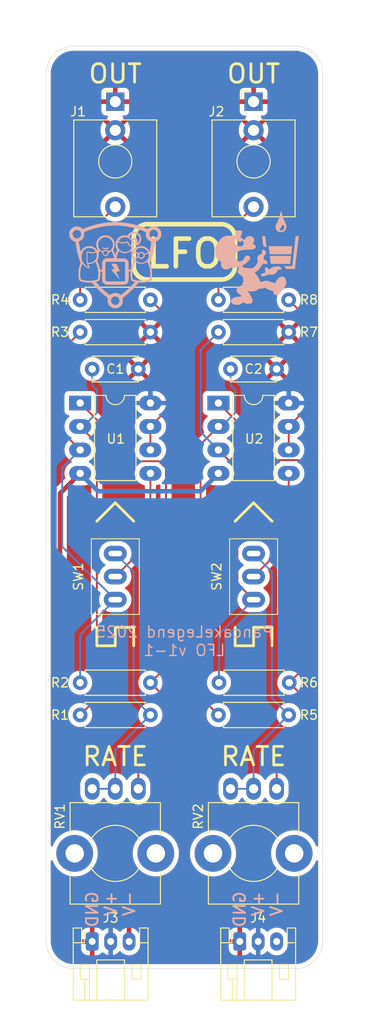
<source format=kicad_pcb>
(kicad_pcb (version 20241229) (generator "pcbnew") (generator_version "9.0")
  (layers (0 "F.Cu" signal) (2 "B.Cu" signal) (13 "F.Paste" user) (15 "B.Paste" user) (5 "F.SilkS" user "F.Silkscreen") (7 "B.SilkS" user "B.Silkscreen") (1 "F.Mask" user) (3 "B.Mask" user) (25 "Edge.Cuts" user))
  (net 0 "")
  (net 1 "GND")
  (net 2 "Net-(U1A--)")
  (net 3 "VDD")
  (net 4 "VSS")
  (net 5 "Net-(SW1-A)")
  (net 6 "Net-(SW1-C)")
  (net 7 "Net-(R2-Pad2)")
  (net 8 "Net-(U1B--)")
  (net 9 "Net-(SW1-B)")
  (net 10 "Net-(J1-PadT)")
  (net 11 "Net-(J2-PadT)")
  (net 12 "Net-(U2A--)")
  (net 13 "Net-(SW2-A)")
  (net 14 "Net-(R6-Pad2)")
  (net 15 "Net-(SW2-C)")
  (net 16 "Net-(U2B--)")
  (net 17 "Net-(SW2-B)")
  (footprint "HackSynth:C_Ceramic_D4.5mm_P5.00mm" (layer "F.Cu") (at 140 85)
    (property "Reference" "C1" (at 2.5 0.000001 0) (layer "F.SilkS"))
    (property "Value" "2µ2")
    (pad "1" thru_hole circle (at 0 0) (size 1.6 1.6) (drill 0.8) (layers "*.Cu" "*.Mask") (net 2 "Net-(U1A--)"))
    (pad "2" thru_hole circle (at 5 0) (size 1.6 1.6) (drill 0.8) (layers "*.Cu" "*.Mask") (net 1 "GND"))
  )
  (footprint "HackSynth:DIP-8_W7.62mm_LongPads" (layer "F.Cu") (at 157.5 92.5)
    (property "Reference" "U2" (at 0.065 0.07 0) (layer "F.SilkS"))
    (property "Value" "TL072")
    (pad "1" thru_hole rect (at -3.81 -3.81) (size 2.4 1.6) (drill 0.8) (layers "*.Cu" "*.Mask") (net 14 "Net-(R6-Pad2)"))
    (pad "2" thru_hole oval (at -3.81 -1.27) (size 2.4 1.6) (drill 0.8) (layers "*.Cu" "*.Mask") (net 12 "Net-(U2A--)"))
    (pad "3" thru_hole oval (at -3.81 1.27) (size 2.4 1.6) (drill 0.8) (layers "*.Cu" "*.Mask") (net 15 "Net-(SW2-C)"))
    (pad "4" thru_hole oval (at -3.81 3.81) (size 2.4 1.6) (drill 0.8) (layers "*.Cu" "*.Mask") (net 4 "VSS"))
    (pad "5" thru_hole oval (at 3.81 3.81) (size 2.4 1.6) (drill 0.8) (layers "*.Cu" "*.Mask") (net 17 "Net-(SW2-B)"))
    (pad "6" thru_hole oval (at 3.81 1.27) (size 2.4 1.6) (drill 0.8) (layers "*.Cu" "*.Mask") (net 16 "Net-(U2B--)"))
    (pad "7" thru_hole oval (at 3.81 -1.27) (size 2.4 1.6) (drill 0.8) (layers "*.Cu" "*.Mask") (net 16 "Net-(U2B--)"))
    (pad "8" thru_hole oval (at 3.81 -3.81) (size 2.4 1.6) (drill 0.8) (layers "*.Cu" "*.Mask") (net 3 "VDD"))
  )
  (footprint "HackSynth:R_Axial_DIN0207_L6.3mm_D2.5mm_P7.62mm_Horizontal" (layer "F.Cu") (at 138.69 119)
    (property "Reference" "R2" (at -2.19 0 0) (layer "F.SilkS"))
    (property "Value" "100k")
    (pad "1" thru_hole circle (at 0 0) (size 1.6 1.6) (drill 0.8) (layers "*.Cu" "*.Mask") (net 6 "Net-(SW1-C)"))
    (pad "2" thru_hole oval (at 7.62 0) (size 1.6 1.6) (drill 0.8) (layers "*.Cu" "*.Mask") (net 7 "Net-(R2-Pad2)"))
  )
  (footprint "HackSynth:C_Ceramic_D4.5mm_P5.00mm" (layer "F.Cu") (at 155 85)
    (property "Reference" "C2" (at 2.5 0.000001 0) (layer "F.SilkS"))
    (property "Value" "2µ2")
    (pad "1" thru_hole circle (at 0 0) (size 1.6 1.6) (drill 0.8) (layers "*.Cu" "*.Mask") (net 12 "Net-(U2A--)"))
    (pad "2" thru_hole circle (at 5 0) (size 1.6 1.6) (drill 0.8) (layers "*.Cu" "*.Mask") (net 1 "GND"))
  )
  (footprint "HackSynth:R_Axial_DIN0207_L6.3mm_D2.5mm_P7.62mm_Horizontal" (layer "F.Cu") (at 153.69 122.5)
    (property "Reference" "R5" (at 9.81 0 0) (layer "F.SilkS"))
    (property "Value" "10k")
    (pad "1" thru_hole circle (at 0 0) (size 1.6 1.6) (drill 0.8) (layers "*.Cu" "*.Mask") (net 12 "Net-(U2A--)"))
    (pad "2" thru_hole oval (at 7.62 0) (size 1.6 1.6) (drill 0.8) (layers "*.Cu" "*.Mask") (net 13 "Net-(SW2-A)"))
  )
  (footprint "HackSynth:Potentiometer_Alps_RK09K_Horizontal" (layer "F.Cu") (at 142.5 137.5 180)
    (property "Reference" "RV1" (at 6 4 90) (layer "F.SilkS"))
    (property "Value" "1M")
    (pad "" np_thru_hole circle (at -4.4 0 270) (size 4 4) (drill 2) (layers "*.Cu" "*.Mask"))
    (pad "" np_thru_hole circle (at 4.4 0 270) (size 4 4) (drill 2) (layers "*.Cu" "*.Mask"))
    (pad "1" thru_hole oval (at 2.500001 7 270) (size 2.4 1.6) (drill 1) (layers "*.Cu" "*.Mask") (net 5 "Net-(SW1-A)"))
    (pad "2" thru_hole oval (at 0 7 270) (size 2.4 1.6) (drill 1) (layers "*.Cu" "*.Mask") (net 5 "Net-(SW1-A)"))
    (pad "3" thru_hole oval (at -2.500001 7 270) (size 2.4 1.6) (drill 1) (layers "*.Cu" "*.Mask") (net 7 "Net-(R2-Pad2)"))
  )
  (footprint "HackSynth:Potentiometer_Alps_RK09K_Horizontal" (layer "F.Cu") (at 157.5 137.5 180)
    (property "Reference" "RV2" (at 6 4 90) (layer "F.SilkS"))
    (property "Value" "1M")
    (pad "" np_thru_hole circle (at -4.4 0 270) (size 4 4) (drill 2) (layers "*.Cu" "*.Mask"))
    (pad "" np_thru_hole circle (at 4.4 0 270) (size 4 4) (drill 2) (layers "*.Cu" "*.Mask"))
    (pad "1" thru_hole oval (at 2.500001 7 270) (size 2.4 1.6) (drill 1) (layers "*.Cu" "*.Mask") (net 13 "Net-(SW2-A)"))
    (pad "2" thru_hole oval (at 0 7 270) (size 2.4 1.6) (drill 1) (layers "*.Cu" "*.Mask") (net 13 "Net-(SW2-A)"))
    (pad "3" thru_hole oval (at -2.500001 7 270) (size 2.4 1.6) (drill 1) (layers "*.Cu" "*.Mask") (net 14 "Net-(R6-Pad2)"))
  )
  (footprint "HackSynth:JST_PH_S3B-PH-K_1x03_P2.00mm_Horizontal" (layer "F.Cu") (at 140 147.05)
    (property "Reference" "J3" (at 2 -2.55 0) (layer "F.SilkS"))
    (property "Value" "Conn_01x03")
    (fp_text user "-V" (at 4 -5.55 90) (layer "B.SilkS") (effects (font (size 1.27 1.27) (thickness 0.2)) (justify left mirror)))
    (fp_text user "+V" (at 2 -5.55 90) (layer "B.SilkS") (effects (font (size 1.27 1.27) (thickness 0.2)) (justify left mirror)))
    (fp_text user "GND" (at 0 -5.55 90) (layer "B.SilkS") (effects (font (size 1.27 1.27) (thickness 0.2)) (justify left mirror)))
    (pad "1" thru_hole roundrect (at 0 0) (size 1.4 2) (drill 0.75) (layers "*.Cu" "*.Mask") (roundrect_rratio 0.208333) (net 1 "GND"))
    (pad "2" thru_hole oval (at 2 0) (size 1.4 2) (drill 0.75) (layers "*.Cu" "*.Mask") (net 3 "VDD"))
    (pad "3" thru_hole oval (at 4 0) (size 1.4 2) (drill 0.75) (layers "*.Cu" "*.Mask") (net 4 "VSS"))
  )
  (footprint "HackSynth:R_Axial_DIN0207_L6.3mm_D2.5mm_P7.62mm_Horizontal" (layer "F.Cu") (at 153.75 119)
    (property "Reference" "R6" (at 9.75 0 0) (layer "F.SilkS"))
    (property "Value" "100k")
    (pad "1" thru_hole circle (at 0 0) (size 1.6 1.6) (drill 0.8) (layers "*.Cu" "*.Mask") (net 15 "Net-(SW2-C)"))
    (pad "2" thru_hole oval (at 7.62 0) (size 1.6 1.6) (drill 0.8) (layers "*.Cu" "*.Mask") (net 14 "Net-(R6-Pad2)"))
  )
  (footprint "HackSynth:JST_PH_S3B-PH-K_1x03_P2.00mm_Horizontal" (layer "F.Cu") (at 156 147.05)
    (property "Reference" "J4" (at 2 -2.55 0) (layer "F.SilkS"))
    (property "Value" "Conn_01x03")
    (fp_text user "GND" (at 0 -5.55 90) (layer "B.SilkS") (effects (font (size 1.27 1.27) (thickness 0.2)) (justify left mirror)))
    (fp_text user "+V" (at 2 -5.55 90) (layer "B.SilkS") (effects (font (size 1.27 1.27) (thickness 0.2)) (justify left mirror)))
    (fp_text user "-V" (at 4 -5.55 90) (layer "B.SilkS") (effects (font (size 1.27 1.27) (thickness 0.2)) (justify left mirror)))
    (pad "1" thru_hole roundrect (at 0 0) (size 1.4 2) (drill 0.75) (layers "*.Cu" "*.Mask") (roundrect_rratio 0.208333) (net 1 "GND"))
    (pad "2" thru_hole oval (at 2 0) (size 1.4 2) (drill 0.75) (layers "*.Cu" "*.Mask") (net 3 "VDD"))
    (pad "3" thru_hole oval (at 4 0) (size 1.4 2) (drill 0.75) (layers "*.Cu" "*.Mask") (net 4 "VSS"))
  )
  (footprint "HackSynth:R_Axial_DIN0207_L6.3mm_D2.5mm_P7.62mm_Horizontal" (layer "F.Cu") (at 146.31 81 180)
    (property "Reference" "R3" (at 9.81 0 0) (layer "F.SilkS"))
    (property "Value" "56k")
    (pad "1" thru_hole circle (at 0 0 180) (size 1.6 1.6) (drill 0.8) (layers "*.Cu" "*.Mask") (net 1 "GND"))
    (pad "2" thru_hole oval (at 7.62 0 180) (size 1.6 1.6) (drill 0.8) (layers "*.Cu" "*.Mask") (net 6 "Net-(SW1-C)"))
  )
  (footprint "HackSynth:R_Axial_DIN0207_L6.3mm_D2.5mm_P7.62mm_Horizontal" (layer "F.Cu") (at 138.69 77.5)
    (property "Reference" "R4" (at -2.19 0 0) (layer "F.SilkS"))
    (property "Value" "1k")
    (pad "1" thru_hole circle (at 0 0) (size 1.6 1.6) (drill 0.8) (layers "*.Cu" "*.Mask") (net 10 "Net-(J1-PadT)"))
    (pad "2" thru_hole oval (at 7.62 0) (size 1.6 1.6) (drill 0.8) (layers "*.Cu" "*.Mask") (net 8 "Net-(U1B--)"))
  )
  (footprint "HackSynth:Switch SPDT - SMTS-102" (layer "F.Cu") (at 157.5 107.5)
    (property "Reference" "SW2" (at -4 0 90) (layer "F.SilkS"))
    (property "Value" "SW_SPDT" (hide yes))
    (pad "1" thru_hole oval (at 0 -2.5) (size 2.5 1.7) (drill oval 1.5 0.6) (layers "*.Cu" "*.Mask") (net 13 "Net-(SW2-A)"))
    (pad "2" thru_hole oval (at 0 0) (size 2.5 1.7) (drill oval 1.5 0.6) (layers "*.Cu" "*.Mask") (net 17 "Net-(SW2-B)"))
    (pad "3" thru_hole oval (at 0 2.5) (size 2.5 1.7) (drill oval 1.5 0.6) (layers "*.Cu" "*.Mask") (net 15 "Net-(SW2-C)"))
  )
  (footprint "HackSynth:Jack_3.5mm" (layer "F.Cu") (at 142.5 62.5 180)
    (property "Reference" "J1" (at 4.03 5.4 0) (layer "F.SilkS"))
    (property "Value" "OUT")
    (pad "G" thru_hole rect (at 0 6.48 180) (size 2 2) (drill 1.2) (layers "*.Cu" "*.Mask") (net 1 "GND"))
    (pad "S" thru_hole circle (at 0 3.38 180) (size 2.2 2.2) (drill 1.2) (layers "*.Cu" "*.Mask") (net 1 "GND"))
    (pad "T" thru_hole circle (at 0 -4.92 180) (size 2.2 2.2) (drill 1.2) (layers "*.Cu" "*.Mask") (net 10 "Net-(J1-PadT)"))
    (zone (net 0) (net_name "") (layer "F.Cu") (connect_pads (clearance 0)) (min_thickness 0.254)
      (keepout (tracks not_allowed) (vias not_allowed) (pads not_allowed) (copperpour not_allowed) (footprints not_allowed))
      (fill (thermal_gap 0.508) (thermal_bridge_width 0.508))
      (polygon (pts (xy 144.005141 62.5) (xy 143.98493 62.254171) (xy 143.924841 62.014945) (xy 143.826486 61.788744) (xy 143.692508 61.581645) (xy 143.526504 61.39921) (xy 143.332932 61.246336) (xy 143.116992 61.127131) (xy 142.884482 61.044794) (xy 142.641646 61.001539) (xy 142.395007 60.998525) (xy 142.151187 61.035835) (xy 141.916734 61.112466) (xy 141.697946 61.22636) (xy 141.500697 61.374458) (xy 141.330286 61.552784) (xy 141.191288 61.756548) (xy 141.087436 61.980278) (xy 141.021519 62.217965) (xy 140.995308 62.463226) (xy 141.009507 62.709475) (xy 141.063734 62.950099) (xy 141.156532 63.178634) (xy 141.285411 63.388945) (xy 141.446908 63.575382) (xy 141.636687 63.732939) (xy 141.84965 63.857385) (xy 142.080079 63.945377) (xy 142.321785 63.994553) (xy 142.568278 64.003592) (xy 142.812936 63.97225) (xy 143.049191 63.90137) (xy 143.270697 63.792856) (xy 143.471505 63.649621) (xy 143.646223 63.475512) (xy 143.790158 63.275205) (xy 143.899445 63.054079) (xy 143.971149 62.818074) (xy 144.003344 62.573526)))
    )
  )
  (footprint "HackSynth:R_Axial_DIN0207_L6.3mm_D2.5mm_P7.62mm_Horizontal" (layer "F.Cu") (at 138.69 122.5)
    (property "Reference" "R1" (at -2.19 0 0) (layer "F.SilkS"))
    (property "Value" "10k")
    (pad "1" thru_hole circle (at 0 0) (size 1.6 1.6) (drill 0.8) (layers "*.Cu" "*.Mask") (net 2 "Net-(U1A--)"))
    (pad "2" thru_hole oval (at 7.62 0) (size 1.6 1.6) (drill 0.8) (layers "*.Cu" "*.Mask") (net 5 "Net-(SW1-A)"))
  )
  (footprint "HackSynth:Jack_3.5mm" (layer "F.Cu") (at 157.5 62.5 180)
    (property "Reference" "J2" (at 4.03 5.4 0) (layer "F.SilkS"))
    (property "Value" "OUT")
    (pad "G" thru_hole rect (at 0 6.48 180) (size 2 2) (drill 1.2) (layers "*.Cu" "*.Mask") (net 1 "GND"))
    (pad "S" thru_hole circle (at 0 3.38 180) (size 2.2 2.2) (drill 1.2) (layers "*.Cu" "*.Mask") (net 1 "GND"))
    (pad "T" thru_hole circle (at 0 -4.92 180) (size 2.2 2.2) (drill 1.2) (layers "*.Cu" "*.Mask") (net 11 "Net-(J2-PadT)"))
    (zone (net 0) (net_name "") (layer "F.Cu") (connect_pads (clearance 0)) (min_thickness 0.254)
      (keepout (tracks not_allowed) (vias not_allowed) (pads not_allowed) (copperpour not_allowed) (footprints not_allowed))
      (fill (thermal_gap 0.508) (thermal_bridge_width 0.508))
      (polygon (pts (xy 159.005141 62.5) (xy 158.98493 62.254171) (xy 158.924841 62.014945) (xy 158.826486 61.788744) (xy 158.692508 61.581645) (xy 158.526504 61.39921) (xy 158.332932 61.246336) (xy 158.116992 61.127131) (xy 157.884482 61.044794) (xy 157.641646 61.001539) (xy 157.395007 60.998525) (xy 157.151187 61.035835) (xy 156.916734 61.112466) (xy 156.697946 61.22636) (xy 156.500697 61.374458) (xy 156.330286 61.552784) (xy 156.191288 61.756548) (xy 156.087436 61.980278) (xy 156.021519 62.217965) (xy 155.995308 62.463226) (xy 156.009507 62.709475) (xy 156.063734 62.950099) (xy 156.156532 63.178634) (xy 156.285411 63.388945) (xy 156.446908 63.575382) (xy 156.636687 63.732939) (xy 156.84965 63.857385) (xy 157.080079 63.945377) (xy 157.321785 63.994553) (xy 157.568278 64.003592) (xy 157.812936 63.97225) (xy 158.049191 63.90137) (xy 158.270697 63.792856) (xy 158.471505 63.649621) (xy 158.646223 63.475512) (xy 158.790158 63.275205) (xy 158.899445 63.054079) (xy 158.971149 62.818074) (xy 159.003344 62.573526)))
    )
  )
  (footprint "HackSynth:Module 30x100mm" (layer "F.Cu") (at 150 100)
    (property "Reference" "REF**" (hide yes))
    (property "Value" "Untitled" (hide yes))
    (fp_line (start -14.999999 -47) (end -15 47) (stroke (width 0.05)) (layer "Edge.Cuts"))
    (fp_line (start -12 49.999999) (end 12 50) (stroke (width 0.05)) (layer "Edge.Cuts"))
    (fp_line (start 12 -50) (end -12 -50) (stroke (width 0.05)) (layer "Edge.Cuts"))
    (fp_line (start 15 47) (end 15 -47) (stroke (width 0.05)) (layer "Edge.Cuts"))
    (fp_arc (start -15 -47) (mid -14.12132 -49.12132) (end -12 -50) (stroke (width 0.05)) (layer "Edge.Cuts"))
    (fp_arc (start -12 50) (mid -14.12132 49.12132) (end -15 47) (stroke (width 0.05)) (layer "Edge.Cuts"))
    (fp_arc (start 12 -50) (mid 14.12132 -49.12132) (end 15 -47) (stroke (width 0.05)) (layer "Edge.Cuts"))
    (fp_arc (start 15 47) (mid 14.12132 49.12132) (end 12 50) (stroke (width 0.05)) (layer "Edge.Cuts"))
  )
  (footprint "HackSynth:Switch SPDT - SMTS-102" (layer "F.Cu") (at 142.5 107.5)
    (property "Reference" "SW1" (at -4 0 90) (layer "F.SilkS"))
    (property "Value" "SW_SPDT" (hide yes))
    (pad "1" thru_hole oval (at 0 -2.5) (size 2.5 1.7) (drill oval 1.5 0.6) (layers "*.Cu" "*.Mask") (net 5 "Net-(SW1-A)"))
    (pad "2" thru_hole oval (at 0 0) (size 2.5 1.7) (drill oval 1.5 0.6) (layers "*.Cu" "*.Mask") (net 9 "Net-(SW1-B)"))
    (pad "3" thru_hole oval (at 0 2.5) (size 2.5 1.7) (drill oval 1.5 0.6) (layers "*.Cu" "*.Mask") (net 6 "Net-(SW1-C)"))
  )
  (footprint "HackSynth:DIP-8_W7.62mm_LongPads" (layer "F.Cu") (at 142.5 92.5)
    (property "Reference" "U1" (at 0.065 0.07 0) (layer "F.SilkS"))
    (property "Value" "TL072")
    (pad "1" thru_hole rect (at -3.81 -3.81) (size 2.4 1.6) (drill 0.8) (layers "*.Cu" "*.Mask") (net 7 "Net-(R2-Pad2)"))
    (pad "2" thru_hole oval (at -3.81 -1.27) (size 2.4 1.6) (drill 0.8) (layers "*.Cu" "*.Mask") (net 2 "Net-(U1A--)"))
    (pad "3" thru_hole oval (at -3.81 1.27) (size 2.4 1.6) (drill 0.8) (layers "*.Cu" "*.Mask") (net 6 "Net-(SW1-C)"))
    (pad "4" thru_hole oval (at -3.81 3.81) (size 2.4 1.6) (drill 0.8) (layers "*.Cu" "*.Mask") (net 4 "VSS"))
    (pad "5" thru_hole oval (at 3.81 3.81) (size 2.4 1.6) (drill 0.8) (layers "*.Cu" "*.Mask") (net 9 "Net-(SW1-B)"))
    (pad "6" thru_hole oval (at 3.81 1.27) (size 2.4 1.6) (drill 0.8) (layers "*.Cu" "*.Mask") (net 8 "Net-(U1B--)"))
    (pad "7" thru_hole oval (at 3.81 -1.27) (size 2.4 1.6) (drill 0.8) (layers "*.Cu" "*.Mask") (net 8 "Net-(U1B--)"))
    (pad "8" thru_hole oval (at 3.81 -3.81) (size 2.4 1.6) (drill 0.8) (layers "*.Cu" "*.Mask") (net 3 "VDD"))
  )
  (footprint "HackSynth:R_Axial_DIN0207_L6.3mm_D2.5mm_P7.62mm_Horizontal" (layer "F.Cu") (at 161.31 81 180)
    (property "Reference" "R7" (at -2.19 0 0) (layer "F.SilkS"))
    (property "Value" "56k")
    (pad "1" thru_hole circle (at 0 0 180) (size 1.6 1.6) (drill 0.8) (layers "*.Cu" "*.Mask") (net 1 "GND"))
    (pad "2" thru_hole oval (at 7.62 0 180) (size 1.6 1.6) (drill 0.8) (layers "*.Cu" "*.Mask") (net 15 "Net-(SW2-C)"))
  )
  (footprint "HackSynth:R_Axial_DIN0207_L6.3mm_D2.5mm_P7.62mm_Horizontal" (layer "F.Cu") (at 153.69 77.5)
    (property "Reference" "R8" (at 9.810001 0 0) (layer "F.SilkS"))
    (property "Value" "1k")
    (pad "1" thru_hole circle (at 0 0) (size 1.6 1.6) (drill 0.8) (layers "*.Cu" "*.Mask") (net 11 "Net-(J2-PadT)"))
    (pad "2" thru_hole oval (at 7.62 0) (size 1.6 1.6) (drill 0.8) (layers "*.Cu" "*.Mask") (net 16 "Net-(U2B--)"))
  )
  (footprint "HackSynth:CCHS Logo - 10mm" (layer "B.Cu") (at 142.5 73.75 180)
    (property "Reference" "Ref**" (hide yes))
    (property "Value" "Val**" (hide yes))
  )
  (footprint "HackSynth:PancakeLegend Logo - 10mm Invert" (layer "B.Cu") (at 158 73 180)
    (property "Reference" "G***" (hide yes))
    (property "Value" "LOGO" (hide yes))
  )
  (gr_arc (start 154 69.299999) (mid 155.06066 69.739339) (end 155.5 70.799999) (stroke (width 0.5)) (layer "F.SilkS"))
  (gr_line (start 140.5 113) (end 140.5 115) (stroke (width 0.3)) (layer "F.SilkS"))
  (gr_line (start 142.5 113) (end 144.5 113) (stroke (width 0.3)) (layer "F.SilkS"))
  (gr_line (start 145.999999 75.299999) (end 154.000001 75.3) (stroke (width 0.5)) (layer "F.SilkS"))
  (gr_line (start 144.499999 70.799998) (end 144.499999 73.799998) (stroke (width 0.5)) (layer "F.SilkS"))
  (gr_arc (start 145.999999 75.3) (mid 144.939339 74.86066) (end 144.499999 73.8) (stroke (width 0.5)) (layer "F.SilkS"))
  (gr_line (start 140.5 101.5) (end 142.5 99.5) (stroke (width 0.3)) (layer "F.SilkS"))
  (gr_line (start 155.5 70.799999) (end 155.5 73.799999) (stroke (width 0.5)) (layer "F.SilkS"))
  (gr_line (start 155.5 115) (end 157.5 115) (stroke (width 0.3)) (layer "F.SilkS"))
  (gr_line (start 144.5 113) (end 144.5 115) (stroke (width 0.3)) (layer "F.SilkS"))
  (gr_line (start 140.5 115) (end 142.5 115) (stroke (width 0.3)) (layer "F.SilkS"))
  (gr_arc (start 144.499999 70.799998) (mid 144.939339 69.739338) (end 145.999999 69.299998) (stroke (width 0.5)) (layer "F.SilkS"))
  (gr_line (start 142.5 99.5) (end 144.5 101.5) (stroke (width 0.3)) (layer "F.SilkS"))
  (gr_line (start 146 69.299998) (end 154 69.299999) (stroke (width 0.5)) (layer "F.SilkS"))
  (gr_line (start 157.5 99.5) (end 159.5 101.5) (stroke (width 0.3)) (layer "F.SilkS"))
  (gr_line (start 157.5 113) (end 157.5 115) (stroke (width 0.3)) (layer "F.SilkS"))
  (gr_line (start 142.5 113) (end 142.5 115) (stroke (width 0.3)) (layer "F.SilkS"))
  (gr_line (start 159.5 113) (end 159.5 115) (stroke (width 0.3)) (layer "F.SilkS"))
  (gr_line (start 155.5 101.5) (end 157.5 99.5) (stroke (width 0.3)) (layer "F.SilkS"))
  (gr_line (start 157.5 113) (end 159.5 113) (stroke (width 0.3)) (layer "F.SilkS"))
  (gr_line (start 155.5 113) (end 155.5 115) (stroke (width 0.3)) (layer "F.SilkS"))
  (gr_arc (start 155.500001 73.8) (mid 155.060661 74.86066) (end 154.000001 75.3) (stroke (width 0.5)) (layer "F.SilkS"))
  (gr_text "RATE" (at 157.5 127 0) (layer "F.SilkS") (effects (font (size 2 2) (thickness 0.3))))
  (gr_text "OUT\n" (at 157.5 53 0) (layer "F.SilkS") (effects (font (size 2 2) (thickness 0.3))))
  (gr_text "RATE" (at 142.5 127 0) (layer "F.SilkS") (effects (font (size 2 2) (thickness 0.3))))
  (gr_text "LFO" (at 150 72.5 0) (layer "F.SilkS") (effects (font (size 3 3) (thickness 0.5) (bold yes))))
  (gr_text "OUT\n" (at 142.5 53 0) (layer "F.SilkS") (effects (font (size 2 2) (thickness 0.3))))
  (gr_text "LFO v1-1" (at 150 115.5 0) (layer "B.SilkS") (effects (font (size 1.2 1.2)) (justify mirror)))
  (gr_text "PancakeLegend 2025" (at 150 113.5 0) (layer "B.SilkS") (effects (font (size 1.2 1.2)) (justify mirror)))
  (segment (start 140.5 120.69) (end 140.5 93.04) (width 0.2) (layer "F.Cu") (net 2))
  (segment (start 139.52 91.23) (end 138.69 91.23) (width 0.2) (layer "F.Cu") (net 2))
  (segment (start 140.5 93.04) (end 138.69 91.23) (width 0.2) (layer "F.Cu") (net 2))
  (segment (start 138.69 122.5) (end 140.5 120.69) (width 0.2) (layer "F.Cu") (net 2))
  (segment (start 140.5 89.75) (end 139.02 91.23) (width 0.2) (layer "B.Cu") (net 2))
  (segment (start 140 85) (end 140 86.75) (width 0.2) (layer "B.Cu") (net 2))
  (segment (start 140.5 87.25) (end 140.5 89.75) (width 0.2) (layer "B.Cu") (net 2))
  (segment (start 140 86.75) (end 140.5 87.25) (width 0.2) (layer "B.Cu") (net 2))
  (segment (start 139.02 91.23) (end 138.69 91.23) (width 0.2) (layer "B.Cu") (net 2))
  (segment (start 136.5 130.5) (end 136.5 98.5) (width 0.5) (layer "F.Cu") (net 4))
  (segment (start 136.5 98.5) (end 138.69 96.31) (width 0.5) (layer "F.Cu") (net 4))
  (segment (start 144 147.05) (end 144 138) (width 0.5) (layer "F.Cu") (net 4))
  (segment (start 144 138) (end 136.5 130.5) (width 0.5) (layer "F.Cu") (net 4))
  (segment (start 140.63 98.25) (end 151.75 98.25) (width 0.5) (layer "B.Cu") (net 4))
  (segment (start 151.75 98.25) (end 153.69 96.31) (width 0.5) (layer "B.Cu") (net 4))
  (segment (start 138.69 96.31) (end 140.63 98.25) (width 0.5) (layer "B.Cu") (net 4))
  (segment (start 139.999999 130.5) (end 142.5 130.5) (width 0.2) (layer "B.Cu") (net 5))
  (segment (start 142.5 130.5) (end 142.5 126.31) (width 0.2) (layer "B.Cu") (net 5))
  (segment (start 144.5 120.69) (end 146.31 122.5) (width 0.2) (layer "B.Cu") (net 5))
  (segment (start 142.5 105) (end 144.5 107) (width 0.2) (layer "B.Cu") (net 5))
  (segment (start 144.5 107) (end 144.5 120.69) (width 0.2) (layer "B.Cu") (net 5))
  (segment (start 142.5 126.31) (end 146.31 122.5) (width 0.2) (layer "B.Cu") (net 5))
  (segment (start 136.75 91.83) (end 138.69 93.77) (width 0.2) (layer "F.Cu") (net 6))
  (segment (start 138.69 81) (end 136.75 82.94) (width 0.2) (layer "F.Cu") (net 6))
  (segment (start 136.75 82.94) (end 136.75 91.83) (width 0.2) (layer "F.Cu") (net 6))
  (segment (start 136.75 104.25) (end 136.75 95.71) (width 0.2) (layer "B.Cu") (net 6))
  (segment (start 142.5 110) (end 136.75 104.25) (width 0.2) (layer "B.Cu") (net 6))
  (segment (start 138.69 113.81) (end 142.5 110) (width 0.2) (layer "B.Cu") (net 6))
  (segment (start 138.69 119) (end 138.69 113.81) (width 0.2) (layer "B.Cu") (net 6))
  (segment (start 136.75 95.71) (end 138.69 93.77) (width 0.2) (layer "B.Cu") (net 6))
  (segment (start 146.31 119) (end 148 120.69) (width 0.2) (layer "F.Cu") (net 7))
  (segment (start 145 95) (end 147.25 95) (width 0.2) (layer "F.Cu") (net 7))
  (segment (start 148 117.31) (end 146.31 119) (width 0.2) (layer "F.Cu") (net 7))
  (segment (start 148 95.75) (end 148 117.31) (width 0.2) (layer "F.Cu") (net 7))
  (segment (start 148 124.25) (end 145.000001 127.249999) (width 0.2) (layer "F.Cu") (net 7))
  (segment (start 148 120.69) (end 148 124.25) (width 0.2) (layer "F.Cu") (net 7))
  (segment (start 138.69 88.69) (end 145 95) (width 0.2) (layer "F.Cu") (net 7))
  (segment (start 145.000001 127.249999) (end 145.000001 130.5) (width 0.2) (layer "F.Cu") (net 7))
  (segment (start 147.25 95) (end 148 95.75) (width 0.2) (layer "F.Cu") (net 7))
  (segment (start 146.31 77.5) (end 148.5 79.69) (width 0.2) (layer "F.Cu") (net 8))
  (segment (start 148.5 79.69) (end 148.5 89.04) (width 0.2) (layer "F.Cu") (net 8))
  (segment (start 148.5 89.04) (end 146.31 91.23) (width 0.2) (layer "F.Cu") (net 8))
  (segment (start 146.31 91.23) (end 146.31 93.77) (width 0.2) (layer "F.Cu") (net 8))
  (segment (start 142.5 107.5) (end 146.31 103.69) (width 0.2) (layer "F.Cu") (net 9))
  (segment (start 146.31 103.69) (end 146.31 96.31) (width 0.2) (layer "F.Cu") (net 9))
  (segment (start 138.69 71.23) (end 142.5 67.42) (width 0.2) (layer "F.Cu") (net 10))
  (segment (start 138.69 77.5) (end 138.69 71.23) (width 0.2) (layer "F.Cu") (net 10))
  (segment (start 153.69 71.23) (end 157.5 67.42) (width 0.2) (layer "F.Cu") (net 11))
  (segment (start 153.69 77.5) (end 153.69 71.23) (width 0.2) (layer "F.Cu") (net 11))
  (segment (start 151.75 93.17) (end 151.75 120.56) (width 0.2) (layer "F.Cu") (net 12))
  (segment (start 151.75 120.56) (end 153.69 122.5) (width 0.2) (layer "F.Cu") (net 12))
  (segment (start 153.69 91.23) (end 151.75 93.17) (width 0.2) (layer "F.Cu") (net 12))
  (segment (start 155.5 89.75) (end 154.02 91.23) (width 0.2) (layer "B.Cu") (net 12))
  (segment (start 155 85) (end 155 86.75) (width 0.2) (layer "B.Cu") (net 12))
  (segment (start 155.5 87.25) (end 155.5 89.75) (width 0.2) (layer "B.Cu") (net 12))
  (segment (start 154.02 91.23) (end 153.69 91.23) (width 0.2) (layer "B.Cu") (net 12))
  (segment (start 155 86.75) (end 155.5 87.25) (width 0.2) (layer "B.Cu") (net 12))
  (segment (start 157.5 130.5) (end 154.999999 130.5) (width 0.2) (layer "B.Cu") (net 13))
  (segment (start 159.5 107) (end 157.5 105) (width 0.2) (layer "B.Cu") (net 13))
  (segment (start 161.31 122.5) (end 159.5 120.69) (width 0.2) (layer "B.Cu") (net 13))
  (segment (start 157.5 130.5) (end 157.5 126.31) (width 0.2) (layer "B.Cu") (net 13))
  (segment (start 157.5 126.31) (end 161.31 122.5) (width 0.2) (layer "B.Cu") (net 13))
  (segment (start 159.5 120.69) (end 159.5 107) (width 0.2) (layer "B.Cu") (net 13))
  (segment (start 159.871 94.871) (end 162.371 94.871) (width 0.2) (layer "F.Cu") (net 14))
  (segment (start 163.25 124.000001) (end 160.000001 127.25) (width 0.2) (layer "F.Cu") (net 14))
  (segment (start 163.25 117.12) (end 161.37 119) (width 0.2) (layer "F.Cu") (net 14))
  (segment (start 161.37 119) (end 163.25 120.88) (width 0.2) (layer "F.Cu") (net 14))
  (segment (start 163.25 95.75) (end 163.25 117.12) (width 0.2) (layer "F.Cu") (net 14))
  (segment (start 162.371 94.871) (end 163.25 95.75) (width 0.2) (layer "F.Cu") (net 14))
  (segment (start 153.69 88.69) (end 159.871 94.871) (width 0.2) (layer "F.Cu") (net 14))
  (segment (start 160.000001 127.25) (end 160.000001 130.5) (width 0.2) (layer "F.Cu") (net 14))
  (segment (start 163.25 120.88) (end 163.25 124.000001) (width 0.2) (layer "F.Cu") (net 14))
  (segment (start 155.75 108.25) (end 157.5 110) (width 0.2) (layer "F.Cu") (net 15))
  (segment (start 155.75 95.83) (end 155.75 108.25) (width 0.2) (layer "F.Cu") (net 15))
  (segment (start 153.69 93.77) (end 155.75 95.83) (width 0.2) (layer "F.Cu") (net 15))
  (segment (start 153.69 81) (end 151.75 82.94) (width 0.2) (layer "B.Cu") (net 15))
  (segment (start 153.75 119) (end 153.75 113.75) (width 0.2) (layer "B.Cu") (net 15))
  (segment (start 151.75 82.94) (end 151.75 91.83) (width 0.2) (layer "B.Cu") (net 15))
  (segment (start 151.75 91.83) (end 153.69 93.77) (width 0.2) (layer "B.Cu") (net 15))
  (segment (start 153.75 113.75) (end 157.5 110) (width 0.2) (layer "B.Cu") (net 15))
  (segment (start 163.5 89.04) (end 161.31 91.23) (width 0.2) (layer "F.Cu") (net 16))
  (segment (start 161.31 77.5) (end 163.5 79.69) (width 0.2) (layer "F.Cu") (net 16))
  (segment (start 163.5 79.69) (end 163.5 89.04) (width 0.2) (layer "F.Cu") (net 16))
  (segment (start 161.31 91.23) (end 161.31 93.77) (width 0.2) (layer "F.Cu") (net 16))
  (segment (start 157.5 107.5) (end 161.31 103.69) (width 0.2) (layer "F.Cu") (net 17))
  (segment (start 161.31 103.69) (end 161.31 96.31) (width 0.2) (layer "F.Cu") (net 17))
  (zone (net 1) (net_name "GND") (layer "F.Cu") (connect_pads (clearance 0.5)) (min_thickness 0.25) (fill yes (thermal_gap 0.5) (thermal_bridge_width 0.5) (island_removal_mode 1) (island_area_min 10))
    (polygon (pts (xy 130 45) (xy 170 45) (xy 170 155) (xy 130 155)))
  )
  (zone (net 3) (net_name "VDD") (layer "B.Cu") (priority 1) (connect_pads (clearance 0.5)) (min_thickness 0.25) (fill yes (thermal_gap 0.5) (thermal_bridge_width 0.5))
    (polygon (pts (xy 131 46) (xy 171 46) (xy 171 156) (xy 131 156)))
  )
)
</source>
